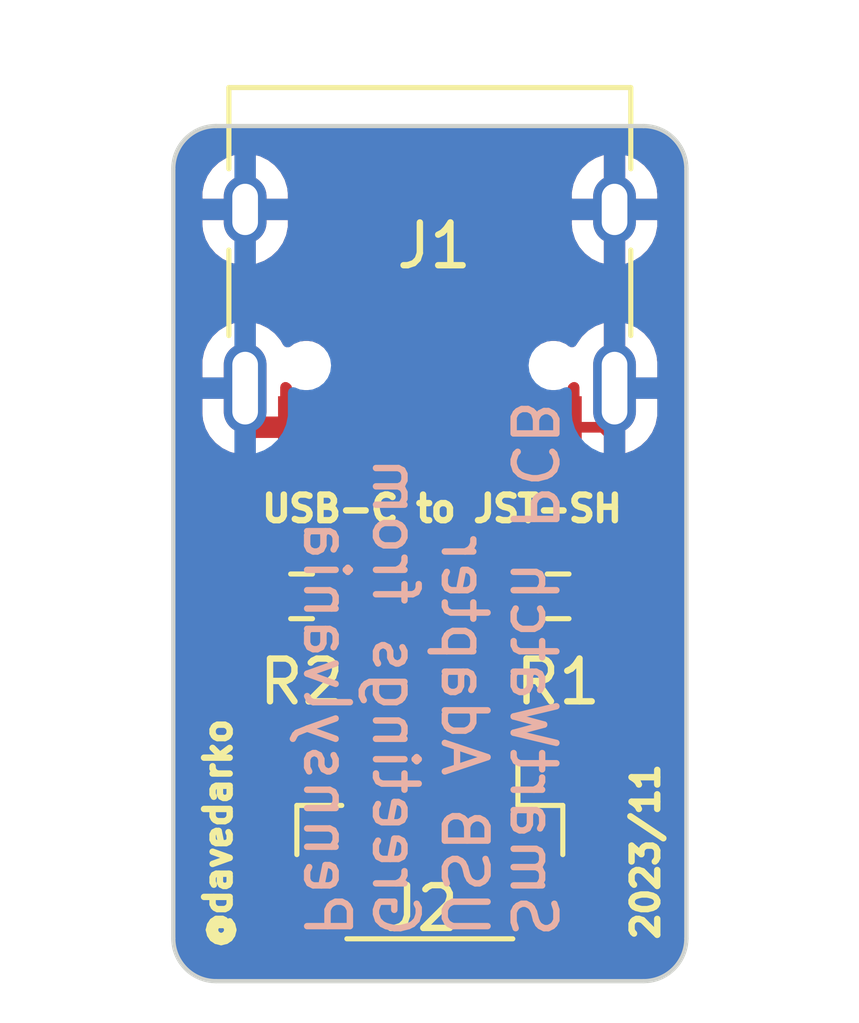
<source format=kicad_pcb>
(kicad_pcb (version 20221018) (generator pcbnew)
  (layers (0 "F.Cu" signal) (31 "B.Cu" signal) (34 "B.Paste" user) (35 "F.Paste" user) (36 "B.SilkS" user "B.Silkscreen") (37 "F.SilkS" user "F.Silkscreen") (38 "B.Mask" user) (39 "F.Mask" user) (44 "Edge.Cuts" user))
  (net 0 "")
  (net 1 "Net-(J2-Pin_1)")
  (net 2 "Net-(J1-CC1)")
  (net 3 "Net-(J2-Pin_3)")
  (net 4 "Net-(J2-Pin_2)")
  (net 6 "Net-(J1-CC2)")
  (net 8 "GND")
  (footprint "Resistor_SMD:R_0603_1608Metric_Pad0.98x0.95mm_HandSolder" (layer "F.Cu") (at 3 11 180)
    (fp_text reference "R2" (at 0 -2) (layer "F.SilkS"))
    (fp_text value "R")
    (fp_line (start -0.254724 -0.5225) (end 0.254724 -0.5225) (stroke (width 0.12)) (layer "F.SilkS"))
    (fp_line (start -0.254724 0.5225) (end 0.254724 0.5225) (stroke (width 0.12)) (layer "F.SilkS"))
    (pad "1" smd roundrect (at -0.9125 0 180) (size 0.975 0.95) (layers "F.Cu" "F.Paste" "F.Mask") (net 6 "Net-(J1-CC2)"))
    (pad "2" smd roundrect (at 0.9125 0 180) (size 0.975 0.95) (layers "F.Cu" "F.Paste" "F.Mask") (net 8 "GND"))
  )
  (footprint "Resistor_SMD:R_0603_1608Metric_Pad0.98x0.95mm_HandSolder" (layer "F.Cu") (at 9 11)
    (fp_text reference "R1" (at 0 2) (layer "F.SilkS"))
    (fp_text value "R")
    (fp_line (start -0.254724 -0.5225) (end 0.254724 -0.5225) (stroke (width 0.12)) (layer "F.SilkS"))
    (fp_line (start -0.254724 0.5225) (end 0.254724 0.5225) (stroke (width 0.12)) (layer "F.SilkS"))
    (pad "1" smd roundrect (at -0.9125 0) (size 0.975 0.95) (layers "F.Cu" "F.Paste" "F.Mask") (net 2 "Net-(J1-CC1)"))
    (pad "2" smd roundrect (at 0.9125 0) (size 0.975 0.95) (layers "F.Cu" "F.Paste" "F.Mask") (net 8 "GND"))
  )
  (footprint "Connector_JST:JST_SH_BM04B-SRSS-TB_1x04-1MP_P1.00mm_Vertical" (layer "F.Cu") (at 6 17 180)
    (fp_text reference "J2" (at 0.2 -1.3) (layer "F.SilkS"))
    (fp_text value "Conn_01x04_Socket")
    (fp_line (start -3.11 -0.04) (end -3.11 1.11) (stroke (width 0.12)) (layer "F.SilkS"))
    (fp_line (start -3.11 1.11) (end -2.06 1.11) (stroke (width 0.12)) (layer "F.SilkS"))
    (fp_line (start -2.06 1.11) (end -2.06 2.1) (stroke (width 0.12)) (layer "F.SilkS"))
    (fp_line (start -1.94 -2.01) (end 1.94 -2.01) (stroke (width 0.12)) (layer "F.SilkS"))
    (fp_line (start 3.11 -0.04) (end 3.11 1.11) (stroke (width 0.12)) (layer "F.SilkS"))
    (fp_line (start 3.11 1.11) (end 2.06 1.11) (stroke (width 0.12)) (layer "F.SilkS"))
    (pad "1" smd roundrect (at -1.5 1.325 180) (size 0.6 1.55) (layers "F.Cu" "F.Paste" "F.Mask") (net 1 "Net-(J2-Pin_1)"))
    (pad "2" smd roundrect (at -0.5 1.325 180) (size 0.6 1.55) (layers "F.Cu" "F.Paste" "F.Mask") (net 4 "Net-(J2-Pin_2)"))
    (pad "3" smd roundrect (at 0.5 1.325 180) (size 0.6 1.55) (layers "F.Cu" "F.Paste" "F.Mask") (net 3 "Net-(J2-Pin_3)"))
    (pad "4" smd roundrect (at 1.5 1.325 180) (size 0.6 1.55) (layers "F.Cu" "F.Paste" "F.Mask") (net 8 "GND"))
    (pad "MP" smd roundrect (at -2.8 -1.2 180) (size 1.2 1.8) (layers "F.Cu" "F.Paste" "F.Mask") (roundrect_rratio 0.2083333333))
    (pad "MP" smd roundrect (at 2.8 -1.2 180) (size 1.2 1.8) (layers "F.Cu" "F.Paste" "F.Mask") (roundrect_rratio 0.2083333333))
  )
  (footprint "Connector_USB:USB_C_Receptacle_HRO_TYPE-C-31-M-12" (layer "F.Cu") (at 6 3 180)
    (fp_text reference "J1" (at -0.1 0.2) (layer "F.SilkS"))
    (fp_text value "USB_C_Receptacle_USB2.0")
    (fp_line (start -4.7 -1.9) (end -4.7 0.1) (stroke (width 0.12)) (layer "F.SilkS"))
    (fp_line (start -4.7 2) (end -4.7 3.9) (stroke (width 0.12)) (layer "F.SilkS"))
    (fp_line (start -4.7 3.9) (end 4.7 3.9) (stroke (width 0.12)) (layer "F.SilkS"))
    (fp_line (start 4.7 -1.9) (end 4.7 0.1) (stroke (width 0.12)) (layer "F.SilkS"))
    (fp_line (start 4.7 2) (end 4.7 3.9) (stroke (width 0.12)) (layer "F.SilkS"))
    (pad "" np_thru_hole circle (at -2.89 -2.6 180) (size 0.65 0.65) (drill 0.65) (layers "*.Cu" "*.Mask"))
    (pad "" np_thru_hole circle (at 2.89 -2.6 180) (size 0.65 0.65) (drill 0.65) (layers "*.Cu" "*.Mask"))
    (pad "A1" smd rect (at -3.25 -4.045 180) (size 0.6 1.45) (layers "F.Cu" "F.Paste" "F.Mask") (net 8 "GND"))
    (pad "A4" smd rect (at -2.45 -4.045 180) (size 0.6 1.45) (layers "F.Cu" "F.Paste" "F.Mask") (net 1 "Net-(J2-Pin_1)"))
    (pad "A5" smd rect (at -1.25 -4.045 180) (size 0.3 1.45) (layers "F.Cu" "F.Paste" "F.Mask") (net 2 "Net-(J1-CC1)"))
    (pad "A6" smd rect (at -0.25 -4.045 180) (size 0.3 1.45) (layers "F.Cu" "F.Paste" "F.Mask") (net 3 "Net-(J2-Pin_3)"))
    (pad "A7" smd rect (at 0.25 -4.045 180) (size 0.3 1.45) (layers "F.Cu" "F.Paste" "F.Mask") (net 4 "Net-(J2-Pin_2)"))
    (pad "A8" smd rect (at 1.25 -4.045 180) (size 0.3 1.45) (layers "F.Cu" "F.Paste" "F.Mask"))
    (pad "A9" smd rect (at 2.45 -4.045 180) (size 0.6 1.45) (layers "F.Cu" "F.Paste" "F.Mask") (net 1 "Net-(J2-Pin_1)"))
    (pad "A12" smd rect (at 3.25 -4.045 180) (size 0.6 1.45) (layers "F.Cu" "F.Paste" "F.Mask") (net 8 "GND"))
    (pad "B1" smd rect (at 3.25 -4.045 180) (size 0.6 1.45) (layers "F.Cu" "F.Paste" "F.Mask") (net 8 "GND"))
    (pad "B4" smd rect (at 2.45 -4.045 180) (size 0.6 1.45) (layers "F.Cu" "F.Paste" "F.Mask") (net 1 "Net-(J2-Pin_1)"))
    (pad "B5" smd rect (at 1.75 -4.045 180) (size 0.3 1.45) (layers "F.Cu" "F.Paste" "F.Mask") (net 6 "Net-(J1-CC2)"))
    (pad "B6" smd rect (at 0.75 -4.045 180) (size 0.3 1.45) (layers "F.Cu" "F.Paste" "F.Mask") (net 3 "Net-(J2-Pin_3)"))
    (pad "B7" smd rect (at -0.75 -4.045 180) (size 0.3 1.45) (layers "F.Cu" "F.Paste" "F.Mask") (net 4 "Net-(J2-Pin_2)"))
    (pad "B8" smd rect (at -1.75 -4.045 180) (size 0.3 1.45) (layers "F.Cu" "F.Paste" "F.Mask"))
    (pad "B9" smd rect (at -2.45 -4.045 180) (size 0.6 1.45) (layers "F.Cu" "F.Paste" "F.Mask") (net 1 "Net-(J2-Pin_1)"))
    (pad "B12" smd rect (at -3.25 -4.045 180) (size 0.6 1.45) (layers "F.Cu" "F.Paste" "F.Mask") (net 8 "GND"))
    (pad "S1" thru_hole oval (at -4.32 -3.13 180) (size 1 2.1) (drill oval 0.6 1.7) (layers "*.Cu" "*.Mask") (net 8 "GND"))
    (pad "S1" thru_hole oval (at -4.32 1.05 180) (size 1 1.6) (drill oval 0.6 1.2) (layers "*.Cu" "*.Mask") (net 8 "GND"))
    (pad "S1" thru_hole oval (at 4.32 -3.13 180) (size 1 2.1) (drill oval 0.6 1.7) (layers "*.Cu" "*.Mask") (net 8 "GND"))
    (pad "S1" thru_hole oval (at 4.32 1.05 180) (size 1 1.6) (drill oval 0.6 1.2) (layers "*.Cu" "*.Mask") (net 8 "GND"))
  )
  (gr_line (start 1 0) (end 11 0) (stroke (width 0.1)) (layer "Edge.Cuts"))
  (gr_line (start 12 1) (end 12 19) (stroke (width 0.1)) (layer "Edge.Cuts"))
  (gr_arc (start 0 1) (mid 0.292893 0.292893) (end 1 0) (stroke (width 0.1)) (layer "Edge.Cuts"))
  (gr_line (start 1 20) (end 11 20) (stroke (width 0.1)) (layer "Edge.Cuts"))
  (gr_arc (start 1 20) (mid 0.292893 19.707107) (end 0 19) (stroke (width 0.1)) (layer "Edge.Cuts"))
  (gr_arc (start 12 19) (mid 11.707107 19.707107) (end 11 20) (stroke (width 0.1)) (layer "Edge.Cuts"))
  (gr_line (start 0 1) (end 0 19) (stroke (width 0.1)) (layer "Edge.Cuts"))
  (gr_arc (start 11 0) (mid 11.707107 0.292893) (end 12 1) (stroke (width 0.1)) (layer "Edge.Cuts"))
  (gr_text "SmartWatch PCB\nUSB Adapter\nGreetings from\nPennsylvania" (at 3 19.05 -90) (layer "B.SilkS") (effects (font (size 1 1)) (justify left bottom mirror)))
  (gr_text "2023/11" (at 11.4 19.1 90) (layer "F.SilkS") (effects (font (size 0.6 0.6)) (justify left bottom)))
  (gr_text "USB-C to JST-SH" (at 2 9.3) (layer "F.SilkS") (effects (font (size 0.6 0.6)) (justify left bottom)))
  (gr_text "@davedarko" (at 1.4 19.3 90) (layer "F.SilkS") (effects (font (size 0.6 0.6)) (justify left bottom)))
  (segment (start 8.45 6.22) (end 8.45 7.045) (width 0.25) (layer "F.Cu") (net 1))
  (segment (start 7.5 14) (end 7.5 15.675) (width 0.25) (layer "F.Cu") (net 1))
  (segment (start 7.73 5.5) (end 8.45 6.22) (width 0.25) (layer "F.Cu") (net 1))
  (segment (start 3.55 6.22) (end 4.27 5.5) (width 0.25) (layer "F.Cu") (net 1))
  (segment (start 8.45 7.045) (end 8.45 9.45) (width 0.25) (layer "F.Cu") (net 1))
  (segment (start 3.55 7.045) (end 3.55 6.22) (width 0.25) (layer "F.Cu") (net 1))
  (segment (start 8.9 9.9) (end 8.9 12.6) (width 0.25) (layer "F.Cu") (net 1))
  (segment (start 8.45 9.45) (end 8.9 9.9) (width 0.25) (layer "F.Cu") (net 1))
  (segment (start 4.27 5.5) (end 7.73 5.5) (width 0.25) (layer "F.Cu") (net 1))
  (segment (start 8.9 12.6) (end 7.5 14) (width 0.25) (layer "F.Cu") (net 1))
  (segment (start 7.275 7.875) (end 7.275 9.075) (width 0.25) (layer "F.Cu") (net 2))
  (segment (start 7.25 7.045) (end 7.25 7.85) (width 0.25) (layer "F.Cu") (net 2))
  (segment (start 7.275 9.075) (end 8.1 9.9) (width 0.25) (layer "F.Cu") (net 2))
  (segment (start 7.25 7.85) (end 7.275 7.875) (width 0.25) (layer "F.Cu") (net 2))
  (segment (start 8.1 10.9875) (end 8.0875 11) (width 0.25) (layer "F.Cu") (net 2))
  (segment (start 8.1 9.9) (end 8.1 10.9875) (width 0.25) (layer "F.Cu") (net 2))
  (segment (start 5.25 8.15) (end 5.25 7.045) (width 0.25) (layer "F.Cu") (net 3))
  (segment (start 6.25 7.045) (end 6.25 8.07) (width 0.25) (layer "F.Cu") (net 3))
  (segment (start 5.3 8.2) (end 5.25 8.15) (width 0.25) (layer "F.Cu") (net 3))
  (segment (start 5.5 15.675) (end 5.5 8.2) (width 0.25) (layer "F.Cu") (net 3))
  (segment (start 6.25 8.07) (end 6.12 8.2) (width 0.25) (layer "F.Cu") (net 3))
  (segment (start 5.5 8.2) (end 5.3 8.2) (width 0.25) (layer "F.Cu") (net 3))
  (segment (start 6.12 8.2) (end 5.5 8.2) (width 0.25) (layer "F.Cu") (net 3))
  (segment (start 6.75 6.05) (end 6.75 7.045) (width 0.25) (layer "F.Cu") (net 4))
  (segment (start 6.75 8.95) (end 6.75 7.045) (width 0.25) (layer "F.Cu") (net 4))
  (segment (start 6.649501 5.949501) (end 6.75 6.05) (width 0.25) (layer "F.Cu") (net 4))
  (segment (start 6.5 9.2) (end 6.75 8.95) (width 0.25) (layer "F.Cu") (net 4))
  (segment (start 5.75 7.045) (end 5.75 6.05) (width 0.25) (layer "F.Cu") (net 4))
  (segment (start 5.850499 5.949501) (end 6.649501 5.949501) (width 0.25) (layer "F.Cu") (net 4))
  (segment (start 6.5 15.675) (end 6.5 9.2) (width 0.25) (layer "F.Cu") (net 4))
  (segment (start 5.75 6.05) (end 5.850499 5.949501) (width 0.25) (layer "F.Cu") (net 4))
  (segment (start 4.25 9.75) (end 3.9125 10.0875) (width 0.25) (layer "F.Cu") (net 6))
  (segment (start 4.25 7.045) (end 4.25 9.75) (width 0.25) (layer "F.Cu") (net 6))
  (segment (start 3.9125 10.0875) (end 3.9125 11) (width 0.25) (layer "F.Cu") (net 6))
  (segment (start 9.25 7.045) (end 10.045 7.045) (width 0.25) (layer "F.Cu") (net 8))
  (segment (start 10.045 7.045) (end 10.3 7.3) (width 0.25) (layer "F.Cu") (net 8))
  (zone (net 8) (net_name "GND") (layers "F&B.Cu") (connect_pads (clearance 0.5)) (min_thickness 0.25) (fill yes (thermal_gap 0.5) (thermal_bridge_width 0.5))
    (polygon (pts (xy -1 -1) (xy 13 -1) (xy 13 21) (xy -1 21)))
  )
)
</source>
